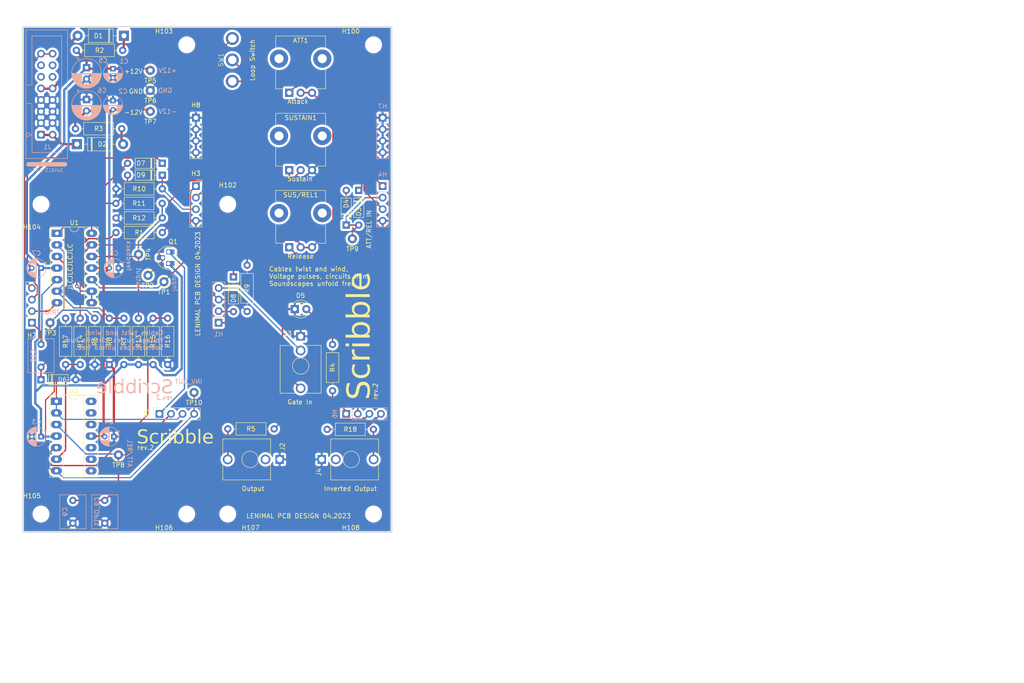
<source format=kicad_pcb>
(kicad_pcb (version 20240108) (generator "pcbnew") (generator_version "8.0")
  (layers (0 "F.Cu" signal) (31 "B.Cu" signal) (34 "B.Paste" user) (35 "F.Paste" user) (36 "B.SilkS" user "B.Silkscreen") (37 "F.SilkS" user "F.Silkscreen") (38 "B.Mask" user) (39 "F.Mask" user) (44 "Edge.Cuts" user))
  (net 0 "")
  (net 1 "Net-(D3-K)")
  (net 2 "Net-(ATT1-Pad2)")
  (net 3 "+12V")
  (net 4 "GNDREF")
  (net 5 "-12V")
  (net 6 "Net-(U2A-+)")
  (net 7 "Net-(D6-K)")
  (net 8 "Net-(D1-K)")
  (net 9 "Net-(D1-A)")
  (net 10 "Net-(D2-K)")
  (net 11 "Net-(D2-A)")
  (net 12 "Net-(D3-A)")
  (net 13 "Net-(D4-A)")
  (net 14 "Net-(D5-A)")
  (net 15 "Net-(D7-A)")
  (net 16 "Net-(D8-K)")
  (net 17 "Net-(D8-A)")
  (net 18 "Net-(D9-A)")
  (net 19 "Net-(SW1-B)")
  (net 20 "/feedback_loop/feedback_output")
  (net 21 "Net-(U1C-+)")
  (net 22 "/input_sustain/gate_out")
  (net 23 "/feedback_loop/feedback_input")
  (net 24 "Net-(Q1-E)")
  (net 29 "Net-(J2-PadT)")
  (net 31 "Net-(J4-PadT)")
  (net 33 "Net-(U1C--)")
  (net 34 "Net-(U1A--)")
  (net 35 "Net-(U1D-+)")
  (net 36 "Net-(U2B--)")
  (net 37 "Net-(U2B-+)")
  (net 44 "Net-(D7-K)")
  (net 45 "/input_sustain/gate_in")
  (net 46 "Net-(H3-Pad2)")
  (net 47 "Net-(SW1-A)")
  (net 48 "Net-(H6-Pad1)")
  (net 49 "/inverted_out/inv_output")
  (net 50 "Net-(H6-Pad3)")
  (net 51 "Net-(H6-Pad4)")
  (net 52 "Net-(H2A-Pin_1)")
  (net 53 "Net-(H1A-Pin_1)")
  (net 54 "Net-(H1D-Pin_4)")
  (net 55 "Net-(H2B-Pin_2)")
  (net 56 "Net-(R9-Pad2)")
  (footprint "Synth:R_Default (DIN0207)" (layer "F.Cu") (at 78.6 114.05 -90)
    (property "Reference" "R15")
    (property "Value" "100K")
  )
  (footprint "Package_TO_SOT_THT:TO-92_HandSolder" (layer "F.Cu") (at 82 102 90)
    (property "Reference" "Q1")
    (property "Value" "BC548")
  )
  (footprint "Synth:Potentiometer_TT_P0915N" (layer "F.Cu") (at 111 74)
    (property "Reference" "SUSTAIN1")
    (property "Value" "A100K")
  )
  (footprint "Synth:D_DO-35_SOD27_P7.62mm_Horizontal" (layer "F.Cu") (at 80.62 82.6 180)
    (property "Reference" "D9")
    (property "Value" "1N4148")
  )
  (footprint "Synth:R_Default (DIN0207)" (layer "F.Cu") (at 80.6 95.2 180)
    (property "Reference" "R1")
    (property "Value" "100")
  )
  (footprint "Synth:D_DO-41_SOD81_P10.16mm_Horizontal" (layer "F.Cu") (at 61.92 75.8)
    (property "Reference" "D2")
    (property "Value" "1N5819")
  )
  (footprint "Connector_Pin:Pin_D1.0mm_L10.0mm" (layer "F.Cu") (at 78 64)
    (property "Reference" "TP6")
    (property "Value" "C")
  )
  (footprint "Synth:PinSocket_1x04_P2.54mm_Vertical" (layer "F.Cu") (at 88 70)
    (property "Reference" "H8")
    (property "Value" "BTM_PWR")
  )
  (footprint "Connector_Pin:Pin_D1.0mm_L10.0mm" (layer "F.Cu") (at 75.4 100)
    (property "Reference" "TP4")
    (property "Value" "FBCK_VD")
  )
  (footprint "Synth:R_Default (DIN0207)" (layer "F.Cu") (at 118 129.9 90)
    (property "Reference" "R4")
    (property "Value" "470")
  )
  (footprint "Synth:PinSocket_1x04_P2.54mm_Vertical" (layer "F.Cu") (at 88 85)
    (property "Reference" "H3")
    (property "Value" "BTM_SW")
  )
  (footprint "Connector_Pin:Pin_D1.0mm_L10.0mm" (layer "F.Cu") (at 71 144)
    (property "Reference" "TP8")
    (property "Value" "CAP_OUT")
  )
  (footprint "MountingHole:MountingHole_3.2mm_M3" (layer "F.Cu") (at 95 157)
    (property "Reference" "H107")
    (property "Value" "MountingHole")
  )
  (footprint "Synth:Potentiometer_TT_P0915N" (layer "F.Cu") (at 111 90.925)
    (property "Reference" "SUS/REL1")
    (property "Value" "A1M")
  )
  (footprint "LED_THT:LED_D3.0mm" (layer "F.Cu") (at 109.71 112)
    (property "Reference" "D5")
    (property "Value" "LED")
  )
  (footprint "Synth:Potentiometer_TT_P0915N" (layer "F.Cu") (at 111 57.025)
    (property "Reference" "ATT1")
    (property "Value" "A1M")
  )
  (footprint "Connector_Pin:Pin_D1.0mm_L10.0mm" (layer "F.Cu") (at 56 115)
    (property "Reference" "TP3")
    (property "Value" "TRG")
  )
  (footprint "Synth:D_DO-41_SOD81_P10.16mm_Horizontal" (layer "F.Cu") (at 72.16 52 180)
    (property "Reference" "D1")
    (property "Value" "1N5819")
  )
  (footprint "Synth:R_Default (DIN0207)" (layer "F.Cu") (at 72.2 114.05 -90)
    (property "Reference" "R7")
    (property "Value" "100K")
  )
  (footprint "Synth:D_DO-35_SOD27_P7.62mm_Horizontal" (layer "F.Cu") (at 96.25 104.94 -90)
    (property "Reference" "D8")
    (property "Value" "1N4148")
  )
  (footprint "Synth:R_Default (DIN0207)" (layer "F.Cu") (at 126.95 138.4 180)
    (property "Reference" "R18")
    (property "Value" "1K")
  )
  (footprint "MountingHole:MountingHole_3.2mm_M3" (layer "F.Cu") (at 86 54)
    (property "Reference" "H103")
    (property "Value" "MountingHole")
  )
  (footprint "Synth:R_Default (DIN0207)" (layer "F.Cu") (at 80.6 85.6 180)
    (property "Reference" "R10")
    (property "Value" "100K")
  )
  (footprint "Package_DIP:DIP-14_W7.62mm_Socket_LongPads" (layer "F.Cu") (at 57.38 132.26)
    (property "Reference" "U2")
    (property "Value" "TL074")
  )
  (footprint "Synth:R_Default (DIN0207)" (layer "F.Cu") (at 75.4 124.15 90)
    (property "Reference" "R13")
    (property "Value" "100K")
  )
  (footprint "Synth:D_DO-35_SOD27_P7.62mm_Horizontal" (layer "F.Cu") (at 54 127.5)
    (property "Reference" "D6")
    (property "Value" "1N4148")
  )
  (footprint "Synth:R_Default (DIN0207)" (layer "F.Cu") (at 99.25 112.5 90)
    (property "Reference" "R9")
    (property "Value" "100K")
  )
  (footprint "Synth:D_DO-35_SOD27_P7.62mm_Horizontal" (layer "F.Cu") (at 123.75 85.94 -90)
    (property "Reference" "D3")
    (property "Value" "1N4148")
  )
  (footprint "Connector_Pin:Pin_D1.0mm_L10.0mm" (layer "F.Cu") (at 78 59.6)
    (property "Reference" "TP5")
    (property "Value" "C")
  )
  (footprint "MountingHole:MountingHole_3.2mm_M3" (layer "F.Cu") (at 54 89)
    (property "Reference" "H104")
    (property "Value" "MountingHole")
  )
  (footprint "MountingHole:MountingHole_3.2mm_M3" (layer "F.Cu") (at 86 157)
    (property "Reference" "H106")
    (property "Value" "MountingHole")
  )
  (footprint "Synth:PinSocket_1x04_P2.54mm_Vertical" (layer "F.Cu") (at 80 135 90)
    (property "Reference" "H5")
    (property "Value" "BTM_OUT")
  )
  (footprint "Synth:R_Default (DIN0207)" (layer "F.Cu") (at 80.57 88.8 180)
    (property "Reference" "R11")
    (property "Value" "100K")
  )
  (footprint "Synth:R_Default (DIN0207)" (layer "F.Cu") (at 81.8 124.15 90)
    (property "Reference" "R16")
    (property "Value" "100K")
  )
  (footprint "Synth:D_DO-35_SOD27_P7.62mm_Horizontal" (layer "F.Cu") (at 80.62 80 180)
    (property "Reference" "D7")
    (property "Value" "1N4148")
  )
  (footprint "Synth:PinSocket_1x04_P2.54mm_Vertical" (layer "F.Cu") (at 52 115 180)
    (property "Reference" "H2")
    (property "Value" "BTM_IN")
  )
  (footprint "Synth:D_DO-35_SOD27_P7.62mm_Horizontal" (layer "F.Cu") (at 121 93.56 90)
    (property "Reference" "D4")
    (property "Value" "1N4148")
  )
  (footprint "Synth:Jack_3.5mm_QingPu_WQP-PJ398SM_Vertical_CircularHoles" (layer "F.Cu") (at 111 124.48)
    (property "Reference" "J3")
    (property "Value" "GATE")
  )
  (footprint "Synth:Jack_3.5mm_QingPu_WQP-PJ398SM_Vertical_CircularHoles" (layer "F.Cu") (at 122.1 145 90)
    (property "Reference" "J4")
    (property "Value" "INV_OUT")
  )
  (footprint "Package_DIP:DIP-14_W7.62mm_Socket_LongPads" (layer "F.Cu") (at 57.5 95.375)
    (property "Reference" "U1")
    (property "Value" "TL074")
  )
  (footprint "Synth:R_Default (DIN0207)" (layer "F.Cu") (at 70.5 92)
    (property "Reference" "R12")
    (property "Value" "100K")
  )
  (footprint "MountingHole:MountingHole_3.2mm_M3" (layer "F.Cu") (at 127 54)
    (property "Reference" "H100")
    (property "Value" "MountingHole")
  )
  (footprint "Synth:R_Default (DIN0207)" (layer "F.Cu") (at 59.4 114.05 -90)
    (property "Reference" "R17")
    (property "Value" "100K")
  )
  (footprint "MountingHole:MountingHole_3.2mm_M3" (layer "F.Cu") (at 95 89)
    (property "Reference" "H102")
    (property "Value" "MountingHole")
  )
  (footprint "Connector_Pin:Pin_D1.0mm_L10.0mm" (layer "F.Cu") (at 77.5 104.6)
    (property "Reference" "TP2")
    (property "Value" "OUT")
  )
  (footprint "Synth:R_Default (DIN0207)" (layer "F.Cu") (at 105.15 138.3 180)
    (property "Reference" "R5")
    (property "Value" "1K")
  )
  (footprint "Synth:R_Default (DIN0207)" (layer "F.Cu") (at 61.8 55.2)
    (property "Reference" "R2")
    (property "Value" "10")
  )
  (footprint "Synth:R_Default (DIN0207)" (layer "F.Cu") (at 61.6 72.4)
    (property "Reference" "R3")
    (property "Value" "10")
  )
  (footprint "Connector_Pin:Pin_D1.0mm_L10.0mm" (layer "F.Cu") (at 122.35 96.57)
    (property "Reference" "TP9")
    (property "Value" "CAP_IN")
  )
  (footprint "Synth:R_Default (DIN0207)" (layer "F.Cu") (at 69 124.15 90)
    (property "Reference" "R8")
    (property "Value" "47K")
  )
  (footprint "Synth:Jack_3.5mm_QingPu_WQP-PJ398SM_Vertical_CircularHoles" (layer "F.Cu") (at 99.9 145 -90)
    (property "Reference" "J2")
    (property "Value" "OUT")
  )
  (footprint "MountingHole:MountingHole_3.2mm_M3" (layer "F.Cu") (at 127 157)
    (property "Reference" "H108")
    (property "Value" "MountingHole")
  )
  (footprint "Connector_Pin:Pin_D1.0mm_L10.0mm" (layer "F.Cu") (at 78 68.6)
    (property "Reference" "TP7")
    (property "Value" "C")
  )
  (footprint "Synth:R_Default (DIN0207)" (layer "F.Cu") (at 65.8 114.05 -90)
    (property "Reference" "R6")
    (property "Value" "10K")
  )
  (footprint "Synth:R_Default (DIN0207)" (layer "F.Cu") (at 62.6 114.05 -90)
    (property "Reference" "R14")
    (property "Value" "100K")
  )
  (footprint "Synth:SW_default" (layer "F.Cu") (at 96 57.3 90)
    (property "Reference" "SW1")
    (property "Value" "LOOP")
  )
  (footprint "Connector_Pin:Pin_D1.0mm_L10.0mm" (layer "F.Cu") (at 81 106)
    (property "Reference" "TP1")
    (property "Value" "TRG_INPUT")
  )
  (footprint "Connector_Pin:Pin_D1.0mm_L10.0mm" (layer "F.Cu") (at 87.6 130.3)
    (property "Reference" "TP10")
    (property "Value" "INV_OUT")
  )
  (footprint "MountingHole:MountingHole_3.2mm_M3" (layer "F.Cu") (at 54 157)
    (property "Reference" "H105")
    (property "Value" "MountingHole")
  )
  (footprint "Synth:PinHeader_1x04_P2.54mm_Vertical" (layer "B.Cu") (at 129 85 180)
    (property "Reference" "H4")
    (property "Value" "TOP_SW")
  )
  (footprint "Capacitor_THT:CP_Radial_D6.3mm_P2.50mm" (layer "B.Cu") (at 64 66 -90)
    (property "Reference" "C6")
    (property "Value" "47uF")
  )
  (footprint "Synth:C_RECT_MKT_1uF" (layer "B.Cu") (at 54 119.75 -90)
    (property "Reference" "C10")
    (property "Value" "1uF")
  )
  (footprint "Synth:PinHeader_1x04_P2.54mm_Vertical" (layer "B.Cu") (at 121 135 -90)
    (property "Reference" "H6")
    (property "Value" "TOP_OUT")
  )
  (footprint "Capacitor_THT:CP_Radial_D4.0mm_P2.00mm" (layer "B.Cu") (at 69.8 66.227401 -90)
    (property "Reference" "C2")
    (property "Value" "0.1uF")
  )
  (footprint "Capacitor_THT:CP_Radial_D6.3mm_P2.50mm" (layer "B.Cu") (at 64 59 -90)
    (property "Reference" "C5")
    (property "Value" "47uF")
  )
  (footprint "Synth:PinHeader_1x04_P2.54mm_Vertical" (layer "B.Cu") (at 129 70 180)
    (property "Reference" "H7")
    (property "Value" "TOP_PWR")
  )
  (footprint "Synth:PinHeader_1x04_P2.54mm_Vertical" (layer "B.Cu") (at 93 115)
    (property "Reference" "H1")
    (property "Value" "TOP_IN")
  )
  (footprint "Synth:C_RECT_MKT_1uF" (layer "B.Cu") (at 68 154 -90)
    (property "Reference" "C9_OPT1")
    (property "Value" "1uF")
  )
  (footprint "Capacitor_THT:CP_Radial_D4.0mm_P2.00mm" (layer "B.Cu") (at 54 103 180)
    (property "Reference" "C7")
    (property "Value" "0.1uF")
  )
  (footprint "Synth:IDC-Header_2x08_P2.54mm_Vertical" (layer "B.Cu") (at 54 73.72)
    (property "Reference" "J1")
    (property "Value" "PWR")
  )
  (footprint "Capacitor_THT:CP_Radial_D4.0mm_P2.00mm" (layer "B.Cu") (at 70 140 180)
    (property "Reference" "C4")
    (property "Value" "0.1uF")
  )
  (footprint "Synth:C_RECT_MKT_1uF" (layer "B.Cu") (at 61 154 -90)
    (property "Reference" "C9")
    (property "Value" "1uF")
  )
  (footprint "Capacitor_THT:CP_Radial_D4.0mm_P2.00mm" (layer "B.Cu") (at 69.8 59.227401 -90)
    (property "Reference" "C1")
    (property "Value" "0.1uF")
  )
  (footprint "Capacitor_THT:CP_Radial_D4.0mm_P2.00mm" (layer "B.Cu") (at 71 103 180)
    (property "Reference" "C8")
    (property "Value" "0.1uF")
  )
  (footprint "Capacitor_THT:CP_Radial_D4.0mm_P2.00mm" (layer "B.Cu") (at 54 140 180)
    (property "Reference" "C3")
    (property "Value" "0.1uF")
  )
  (gr_rect (start 50 50) (end 131 161) (stroke (width 0.2)) (fill none) (layer "Edge.Cuts"))
  (gr_text "Cables twist and wind,\nVoltage pulses, circuits hum,\nSoundscapes unfold free." (at 81 121 -0) (layer "B.SilkS") (effects (font (size 1 1)) (justify left bottom mirror)))
  (gr_text "TRIGG" (at 58.2 113.3 -0) (layer "B.SilkS") (effects (font (size 1 1)) (justify left bottom mirror)))
  (gr_text "input" (at 82.8 108.2 -90) (layer "B.SilkS") (effects (font (size 1 1)) (justify left bottom mirror)))
  (gr_text "+12V" (at 83.897618 60.2 -0) (layer "B.SilkS") (effects (font (size 1 1)) (justify left bottom mirror)))
  (gr_text "output" (at 74.9 107.8 -90) (layer "B.SilkS") (effects (font (size 1 1)) (justify left bottom mirror)))
  (gr_text "-12V" (at 83.897618 69.2 -0) (layer "B.SilkS") (effects (font (size 1 1)) (justify left bottom mirror)))
  (gr_text "GND" (at 82.897618 64.6 -0) (layer "B.SilkS") (effects (font (size 1 1)) (justify left bottom mirror)))
  (gr_text "INV_OUT" (at 89.5 128.5 0) (layer "B.SilkS") (effects (font (size 1 1)) (justify left bottom mirror)))
  (gr_text "rev.2" (at 83 132 -0) (layer "B.SilkS") (effects (font (size 1 1)) (justify left bottom mirror)))
  (gr_text "feedback" (at 72.7 103.7 -90) (layer "B.SilkS") (effects (font (size 1 1)) (justify left bottom mirror)))
  (gr_text "ATT/REL" (at 72.9 146.8 -90) (layer "B.SilkS") (effects (font (size 1 1)) (justify left bottom mirror)))
  (gr_text "Scribble" (at 83 131 -0) (layer "B.SilkS") (effects (font (size 3 3)) (justify left bottom mirror)))
  (gr_text "Gate In" (at 108 133 0) (layer "F.SilkS") (effects (font (size 1 1)) (justify left bottom)))
  (gr_text "Cables twist and wind,\nVoltage pulses, circuits hum,\nSoundscapes unfold free." (at 104 107 0) (layer "F.SilkS") (effects (font (size 1 1)) (justify left bottom)))
  (gr_text "rev.2" (at 75 143 0) (layer "F.SilkS") (effects (font (size 1 1)) (justify left bottom)))
  (gr_text "Scribble" (at 75 142 0) (layer "F.SilkS") (effects (font (size 3 3)) (justify left bottom)))
  (gr_text "Sustain" (at 108 84 0) (layer "F.SilkS") (effects (font (size 1 1)) (justify left bottom)))
  (gr_text "Inverted Output" (at 116 152 0) (layer "F.SilkS") (effects (font (size 1 1)) (justify left bottom)))
  (gr_text "GND" (at 73.2 64.8 0) (layer "F.SilkS") (effects (font (size 1 1)) (justify left bottom)))
  (gr_text "JLCJLCJLCJLC" (at 61 108 90) (layer "F.SilkS") (effects (font (size 1 1)) (justify left bottom)))
  (gr_text "+12V" (at 72.2 60.4 0) (layer "F.SilkS") (effects (font (size 1 1)) (justify left bottom)))
  (gr_text "Output" (at 98 152 0) (layer "F.SilkS") (effects (font (size 1 1)) (justify left bottom)))
  (gr_text "-12V" (at 72.2 69.4 0) (layer "F.SilkS") (effects (font (size 1 1)) (justify left bottom)))
  (gr_text "Attack" (at 108 67 0) (layer "F.SilkS") (effects (font (size 1 1)) (justify left bottom)))
  (gr_text "Scribble" (at 127 132 90) (layer "F.SilkS") (effects (font (size 5 5)) (justify left bottom)))
  (gr_text "Loop Switch" (at 101 62 90) (layer "F.SilkS") (effects (font (size 1 1)) (justify left bottom)))
  (gr_text "Release" (at 108 101 0) (layer "F.SilkS") (effects (font (size 1 1)) (justify left bottom)))
  (gr_text "ATT/REL IN" (at 126.6 98.8 90) (layer "F.SilkS") (effects (font (size 1 1)) (justify left bottom)))
  (gr_text "LENIMAL PCB DESIGN 04.2023" (at 89 118 90) (layer "F.SilkS") (effects (font (size 1 1)) (justify left bottom)))
  (gr_text "LENIMAL PCB DESIGN 04.2023" (at 99 158 0) (layer "F.SilkS") (effects (font (size 1 1)) (justify left bottom)))
  (gr_text "rev.2" (at 128 132 90) (layer "F.SilkS") (effects (font (size 1 1)) (justify left bottom)))
  (segment (start 124.4 68.15) (end 118.75 62.5) (width 0.3) (layer "F.Cu") (net 1))
  (segment (start 110.5 62.5) (end 108.5 64.5) (width 0.3) (layer "F.Cu") (net 1))
  (segment (start 124.4 85.29) (end 124.4 68.15) (width 0.3) (layer "F.Cu") (net 1))
  (segment (start 123.75 85.94) (end 124.4 85.29) (width 0.3) (layer "F.Cu") (net 1))
  (segment (start 118.75 62.5) (end 110.5 62.5) (width 0.3) (layer "F.Cu") (net 1))
  (segment (start 123.54 131.44) (end 123.54 135) (width 0.3) (layer "F.Cu") (net 2))
  (segment (start 107 97.5) (end 107 124.692894) (width 0.3) (layer "F.Cu") (net 2))
  (segment (start 110.1 96.9) (end 107.6 96.9) (width 0.3) (layer "F.Cu") (net 2))
  (segment (start 111 97.8) (end 110.1 96.9) (width 0.3) (layer "F.Cu") (net 2))
  (segment (start 119.6 127.5) (end 123.54 131.44) (width 0.3) (layer "F.Cu") (net 2))
  (segment (start 113.5 64.5) (end 118.1 69.1) (width 0.3) (layer "F.Cu") (net 2))
  (segment (start 111 98.5) (end 111 97.8) (width 0.3) (layer "F.Cu") (net 2))
  (segment (start 109.807106 127.5) (end 119.6 127.5) (width 0.3) (layer "F.Cu") (net 2))
  (segment (start 118.1 93.9) (end 113.5 98.5) (width 0.3) (layer "F.Cu") (net 2))
  (segment (start 107.6 96.9) (end 107 97.5) (width 0.3) (layer "F.Cu") (net 2))
  (segment (start 113.5 98.5) (end 111 98.5) (width 0.3) (layer "F.Cu") (net 2))
  (segment (start 107 124.692894) (end 109.807106 127.5) (width 0.3) (layer "F.Cu") (net 2))
  (segment (start 118.1 69.1) (end 118.1 93.9) (width 0.3) (layer "F.Cu") (net 2))
  (segment (start 111 64.5) (end 113.5 64.5) (width 0.3) (layer "F.Cu") (net 2))
  (segment (start 77.627401 59.227401) (end 78 59.6) (width 0.5) (layer "F.Cu") (net 3))
  (segment (start 69.8 59.227401) (end 64.227401 59.227401) (width 0.5) (layer "F.Cu") (net 3))
  (segment (start 64.227401 59.227401) (end 64 59) (width 0.5) (layer "F.Cu") (net 3))
  (segment (start 69.8 59.227401) (end 77.627401 59.227401) (width 0.5) (layer "F.Cu") (net 3))
  (segment (start 64 59) (end 64 57.48) (width 0.5) (layer "F.Cu") (net 3))
  (segment (start 64 57.48) (end 61.72 55.2) (width 0.5) (layer "F.Cu") (net 3))
  (segment (start 59.1 75.7) (end 50.7 84.1) (width 0.5) (layer "B.Cu") (net 3))
  (segment (start 67.61 128.75) (end 72.2 124.16) (width 0.5) (layer "B.Cu") (net 3))
  (segment (start 54 133.94939) (end 54 140) (width 0.5) (layer "B.Cu") (net 3))
  (segment (start 54 140) (end 57.26 140) (width 0.5) (layer "B.Cu") (net 3))
  (segment (start 53.6 103.4) (end 53.6 118.382233) (width 0.5) (layer "B.Cu") (net 3))
  (segment (start 84.9 104.9) (end 82 102) (width 0.5) (layer "B.Cu") (net 3))
  (segment (start 59.1 63.9) (end 59.1 75.7) (width 0.5) (layer "B.Cu") (net 3))
  (segment (start 80.94 126.5) (end 83.5 126.5) (width 0.5) (layer "B.Cu") (net 3))
  (segment (start 53.6 118.382233) (end 52.75 119.232233) (width 0.5) (layer "B.Cu") (net 3))
  (segment (start 83.5 126.5) (end 84.9 125.1) (width 0.5) (layer "B.Cu") (net 3))
  (segment (start 57.495 103) (end 57.5 102.995) (width 0.5) (layer "B.Cu") (net 3))
  (segment (start 64 59) (end 59.1 63.9) (width 0.5) (layer "B.Cu") (net 3))
  (segment (start 52.75 119.232233) (end 52.75 132.69939) (width 0.5) (layer "B.Cu") (net 3))
  (segment (start 78.6 124.16) (end 80.94 126.5) (width 0.5) (layer "B.Cu") (net 3))
  (segment (start 52.75 132.69939) (end 54 133.94939) (width 0.5) (layer "B.Cu") (net 3))
  (segment (start 52.75 130.25) (end 54.25 128.75) (width 0.5) (layer "B.Cu") (net 3))
  (segment (start 54.25 128.75) (end 67.61 128.75) (width 0.5) (layer "B.Cu") (net 3))
  (segment (start 52.75 132.69939) (end 52.75 130.25) (width 0.5) (layer "B.Cu") (net 3))
  (segment (start 75.4 124.16) (end 78.6 124.16) (width 0.5) (layer "B.Cu") (net 3))
  (segment (start 54 103) (end 53.6 103.4) (width 0.5) (layer "B.Cu") (net 3))
  (segment (start 50.7 84.1) (end 50.7 99.7) (width 0.5) (layer "B.Cu") (net 3))
  (segment (start 72.2 124.16) (end 75.4 124.16) (width 0.5) (layer "B.Cu") (net 3))
  (segment (start 54 103) (end 57.495 103) (width 0.5) (layer "B.Cu") (net 3))
  (segment (start 84.9 125.1) (end 84.9 104.9) (width 0.5) (layer "B.Cu") (net 3))
  (segment (start 50.7 99.7) (end 54 103) (width 0.5) (layer "B.Cu") (net 3))
  (segment (start 57.26 140) (end 57.38 139.88) (width 0.5) (layer "B.Cu") (net 3))
  (segment (start 70 140) (end 70 125.16) (width 0.5) (layer "F.Cu") (net 4))
  (segment (start 70 125.16) (end 69 124.16) (width 0.5) (layer "F.Cu") (net 4))
  (segment (start 69.527401 68.5) (end 69.8 68.227401) (width 0.5) (layer "F.Cu") (net 5))
  (segment (start 67.75 139.75) (end 68 140) (width 0.5) (layer "F.Cu") (net 5))
  (segment (start 69 103) (end 67.75 104.25) (width 0.5) (layer "F.Cu") (net 5))
  (segment (start 65.12 102.995) (end 68.995 102.995) (width 0.5) (layer "F.Cu") (net 5))
  (segment (start 65 139.88) (end 67.88 139.88) (width 0.5) (layer "F.Cu") (net 5))
  (segment (start 61.52 70.98) (end 64 68.5) (width 0.5) (layer "F.Cu") (net 5))
  (segment (start 68.995 102.995) (end 69 103) (width 0.5) (layer "F.Cu") (net 5))
  (segment (start 67.88 139.88) (end 68 140) (width 0.5) (layer "F.Cu") (net 5))
  (segment (start 61.52 72.4) (end 61.52 70.98) (width 0.5) (layer "F.Cu") (net 5))
  (segment (start 77.627401 68.227401) (end 78 68.6) (width 0.5) (layer "F.Cu") (net 5))
  (segment (start 69.8 68.227401) (end 77.627401 68.227401) (width 0.5) (layer "F.Cu") (net 5))
  (segment (start 64 68.5) (end 69.527401 68.5) (width 0.5) (layer "F.Cu") (net 5))
  (segment (start 67.75 104.25) (end 67.75 139.75) (width 0.5) (layer "F.Cu") (net 5))
  (segment (start 69 103) (end 69 69.027401) (width 0.5) (layer "B.Cu") (net 5))
  (segment (start 69 69.027401) (end 69.8 68.227401) (width 0.5) (layer "B.Cu") (net 5))
  (segment (start 71 151) (end 68 154) (width 0.3) (layer "F.Cu") (net 6))
  (segment (start 68 154) (end 61 154) (width 0.3) (layer "F.Cu") (net 6))
  (segment (start 71 144) (end 71 151) (width 0.3) (layer "F.Cu") (net 6))
  (segment (start 82.54 135) (end 73.54 144) (width 0.3) (layer "F.Cu") (net 6))
  (segment (start 73.54 144) (end 71 144) (width 0.3) (layer "F.Cu") (net 6))
  (segment (start 63.85 143.81) (end 57.38 137.34) (width 0.3) (layer "B.Cu") (net 6))
  (segment (start 70.81 143.81) (end 63.85 143.81) (width 0.3) (layer "B.Cu") (net 6))
  (segment (start 71 144) (end 70.81 143.81) (width 0.3) (layer "B.Cu") (net 6))
  (segment (start 56 122.75) (end 54 124.75) (width 0.3) (layer "F.Cu") (net 7))
  (segment (start 57.5 100.455) (end 59.05 102.005) (width 0.3) (layer "F.Cu") (net 7))
  (segment (start 56 115) (end 56 122.75) (width 0.3) (layer "F.Cu") (net 7))
  (segment (start 59.05 111.95) (end 56 115) (width 0.3) (layer "F.Cu") (net 7))
  (segment (start 54 127.5) (end 54 124.75) (width 0.3) (layer "F.Cu") (net 7))
  (segment (start 59.05 102.005) (end 59.05 111.95) (width 0.3) (layer "F.Cu") (net 7))
  (segment (start 64.065 112.265) (end 58.735 112.265) (width 0.3) (layer "B.Cu") (net 7))
  (segment (start 58.735 112.265) (end 56 115) (width 0.3) (layer "B.Cu") (net 7))
  (segment (start 65.8 114) (end 64.065 112.265) (width 0.3) (layer "B.Cu") (net 7))
  (segment (start 72.16 54.92) (end 71.88 55.2) (width 0.5) (layer "F.Cu") (net 8))
  (segment (start 72.16 52) (end 72.16 54.92) (width 0.5) (layer "F.Cu") (net 8))
  (segment (start 56.54 63.62) (end 54 63.62) (width 0.5) (layer "F.Cu") (net 9))
  (segment (start 58.5 55.5) (end 62 52) (width 0.5) (layer "F.Cu") (net 9))
  (segment (start 58.5 61.66) (end 58.5 55.5) (width 0.5) (layer "F.Cu") (net 9))
  (segment (start 56.54 63.62) (end 58.5 61.66) (width 0.5) (layer "F.Cu") (net 9))
  (segment (start 56.54 73.78) (end 54 73.78) (width 0.5) (layer "F.Cu") (net 10))
  (segment (start 58.56 75.8) (end 56.54 73.78) (width 0.5) (layer "F.Cu") (net 10))
  (segment (start 61.92 75.8) (end 58.56 75.8) (width 0.5) (layer "F.Cu") (net 10))
  (segment (start 71.68 75.4) (end 72.08 75.8) (width 0.5) (layer "F.Cu") (net 11))
  (segment (start 71.68 72.4) (end 71.68 75.4) (width 0.5) (layer "F.Cu") (net 11))
  (segment (start 121 93.56) (end 123.75 93.56) (width 0.3) (layer "F.Cu") (net 12))
  (segment (start 122.35 96.57) (end 122.35 94.96) (width 0.3) (layer "F.Cu") (net 12))
  (segment (start 122.35 94.96) (end 123.75 93.56) (width 0.3) (layer "F.Cu") (net 12))
  (segment (start 121 91.75) (end 125.21 87.54) (width 0.3) (layer "B.Cu") (net 12))
  (segment (start 125.21 87.54) (end 129 87.54) (width 0.3) (layer "B.Cu") (net 12))
  (segment (start 121 93.56) (end 121 91.75) (width 0.3) (layer "B.Cu") (net 12))
  (segment (start 121 89.073402) (end 119 91.073402) (width 0.3) (layer "F.Cu") (net 13))
  (segment (start 119 91.073402) (end 119 97.75) (width 0.3) (layer "F.Cu") (net 13))
  (segment (start 116.75 100) (end 110 100) (width 0.3) (layer "F.Cu") (net 13))
  (segment (start 121 85.94) (end 121 89.073402) (width 0.3) (layer "F.Cu") (net 13))
  (segment (start 110 100) (end 108.5 98.5) (width 0.3) (layer "F.Cu") (net 13))
  (segment (start 119 97.75) (end 116.75 100) (width 0.3) (layer "F.Cu") (net 13))
  (segment (start 118 117.75) (end 118 119.74) (width 0.3) (layer "F.Cu") (net 14))
  (segment (start 112.25 112) (end 118 117.75) (width 0.3) (layer "F.Cu") (net 14))
  (segment (start 73 80) (end 57.625 95.375) (width 0.3) (layer "F.Cu") (net 15))
  (segment (start 57.625 95.375) (end 57.5 95.375) (width 0.3) (layer "F.Cu") (net 15))
  (segment (start 108.5 83.492894) (end 96.25 95.742894) (width 0.3) (layer "F.Cu") (net 16))
  (segment (start 108.5 81.5) (end 108.5 83.492894) (width 0.3) (layer "F.Cu") (net 16))
  (segment (start 96.25 95.742894) (end 96.25 104.94) (width 0.3) (layer "F.Cu") (net 16))
  (segment (start 96.25 112.56) (end 93.1 112.56) (width 0.3) (layer "F.Cu") (net 17))
  (segment (start 93.1 112.56) (end 93 112.46) (width 0.3) (layer "F.Cu") (net 17))
  (segment (start 68.2 88.8) (end 65.12 91.88) (width 0.3) (layer "F.Cu") (net 18))
  (segment (start 73 82.6) (end 73 86.26) (width 0.3) (layer "F.Cu") (net 18))
  (segment (start 65.12 91.88) (end 65.12 95.375) (width 0.3) (layer "F.Cu") (net 18))
  (segment (start 73 86.26) (end 70.46 88.8) (width 0.3) (layer "F.Cu") (net 18))
  (segment (start 70.46 88.8) (end 68.2 88.8) (width 0.3) (layer "F.Cu") (net 18))
  (segment (start 100.2 61.5) (end 119.164213 61.5) (width 0.3) (layer "F.Cu") (net 19))
  (segment (start 125.4 67.735788) (end 125.4 81.4) (width 0.3) (layer "F.Cu") (net 19))
  (segment (start 119.164213 61.5) (end 125.4 67.735788) (width 0.3) (layer "F.Cu") (net 19))
  (segment (start 96 57.3) (end 100.2 61.5) (width 0.3) (layer "F.Cu") (net 19))
  (segment (start 125.4 81.4) (end 129 85) (width 0.3) (layer "F.Cu") (net 19))
  (segment (start 80.62 85.6) (end 80.62 82.6) (width 0.25) (layer "F.Cu") (net 20))
  (segment (start 85.1 90.08) (end 80.62 85.6) (width 0.25) (layer "B.Cu") (net 20))
  (segment (start 88 90.08) (end 85.1 90.08) (width 0.25) (layer "B.Cu") (net 20))
  (segment (start 81 106) (end 86.8 100.2) (width 0.3) (layer "F.Cu") (net 21))
  (segment (start 86.8 86.2) (end 88 85) (width 0.3) (layer "F.Cu") (net 21))
  (segment (start 86.8 100.2) (end 86.8 86.2) (width 0.3) (layer "F.Cu") (net 21))
  (segment (start 81 106) (end 79.65 107.35) (width 0.3) (layer "B.Cu") (net 21))
  (segment (start 79.65 107.35) (end 66.935 107.35) (width 0.3) (layer "B.Cu") (net 21))
  (segment (start 66.935 107.35) (end 65.12 105.535) (width 0.3) (layer "B.Cu") (net 21))
  (segment (start 96 52.6) (end 91.375 57.225) (width 0.25) (layer "F.Cu") (net 22))
  (segment (start 96.59 109.92) (end 93 109.92) (width 0.25) (layer "F.Cu") (net 22))
  (segment (start 99.25 112.58) (end 96.59 109.92) (width 0.25) (layer "F.Cu") (net 22))
  (segment (start 91.375 57.225) (end 91.375 108.295) (width 0.25) (layer "F.Cu") (net 22))
  (segment (start 91.375 108.295) (end 93 109.92) (width 0.25) (layer "F.Cu") (net 22))
  (segment (start 57.38 132.26) (end 57.38 119.22) (width 0.25) (layer "F.Cu") (net 23))
  (segment (start 80.73 101.37) (end 80.73 100.73) (width 0.25) (layer "F.Cu") (net 23))
  (segment (start 57.38 119.22) (end 62.6 114) (width 0.25) (layer "F.Cu") (net 23))
  (segment (start 62.6 114) (end 62.6 100.435) (width 0.25) (layer "F.Cu") (net 23))
  (segment (start 77.915 97.915) (end 80.73 100.73) (width 0.25) (layer "F.Cu") (net 23))
  (segment (start 77.5 104.6) (end 80.73 101.37) (width 0.25) (layer "F.Cu") (net 23))
  (segment (start 65.12 97.915) (end 77.915 97.915) (width 0.25) (layer "F.Cu") (net 23))
  (segment (start 62.6 100.435) (end 65.12 97.915) (width 0.25) (layer "F.Cu") (net 23))
  (segment (start 57.38 134.8) (end 57.38 132.26) (width 0.25) (layer "B.Cu") (net 23))
  (segment (start 58.795 136.215) (end 57.38 134.8) (width 0.25) (layer "B.Cu") (net 23))
  (segment (start 83.865 136.215) (end 58.795 136.215) (width 0.25) (layer "B.Cu") (net 23))
  (segment (start 85.08 135) (end 83.865 136.215) (width 0.25) (layer "B.Cu") (net 23))
  (segment (start 85.5 129.5) (end 80 135) (width 0.3) (layer "B.Cu") (net 24))
  (segment (start 85.5 102.95) (end 85.5 129.5) (width 0.3) (layer "B.Cu") (net 24))
  (segment (start 82.01 99.46) (end 85.5 102.95) (width 0.3) (layer "B.Cu") (net 24))
  (segment (start 82 99.46) (end 82.01 99.46) (width 0.3) (layer "B.Cu") (net 24))
  (segment (start 95.02 138.3) (end 95.02 144.96) (width 0.3) (layer "F.Cu") (net 29))
  (segment (start 95.02 144.96) (end 94.98 145) (width 0.3) (layer "F.Cu") (net 29))
  (segment (start 126.98 144.98) (end 127 145) (width 0.3) (layer "F.Cu") (net 31))
  (segment (start 126.98 138.4) (end 126.98 144.98) (width 0.3) (layer "F.Cu") (net 31))
  (segment (start 70.42 95.2) (end 69.095 96.525) (width 0.3) (layer "F.Cu") (net 33))
  (segment (start 64.475 96.525) (end 61.875 99.125) (width 0.3) (layer "F.Cu") (net 33))
  (segment (start 61.875 99.125) (end 61.875 107) (width 0.3) (layer "F.Cu") (net 33))
  (segment (start 69.095 96.525) (end 64.475 96.525) (width 0.3) (layer "F.Cu") (net 33))
  (via (at 61.875 107) (size 0.8) (drill 0.4) (layers "F.Cu" "B.Cu") (net 33))
  (segment (start 62.95 108.075) (end 65.12 108.075) (width 0.3) (layer "B.Cu") (net 33))
  (segment (start 65.12 108.075) (end 65.12 110.615) (width 0.3) (layer "B.Cu") (net 33))
  (segment (start 61.875 107) (end 62.95 108.075) (width 0.3) (layer "B.Cu") (net 33))
  (segment (start 72.2 114) (end 69 114) (width 0.3) (layer "F.Cu") (net 34))
  (segment (start 59.05 106.525) (end 59.05 99.465) (width 0.3) (layer "B.Cu") (net 34))
  (segment (start 57.5 108.075) (end 61.19 111.765) (width 0.3) (layer "B.Cu") (net 34))
  (segment (start 57.5 108.075) (end 59.05 106.525) (width 0.3) (layer "B.Cu") (net 34))
  (segment (start 66.765 111.765) (end 69 114) (width 0.3) (layer "B.Cu") (net 34))
  (segment (start 61.19 111.765) (end 66.765 111.765) (width 0.3) (layer "B.Cu") (net 34))
  (segment (start 59.05 99.465) (end 57.5 97.915) (width 0.3) (layer "B.Cu") (net 34))
  (segment (start 74.945 100.455) (end 75.4 100) (width 0.3) (layer "F.Cu") (net 35))
  (segment (start 75.4 100) (end 75.4 114) (width 0.3) (layer "F.Cu") (net 35))
  (segment (start 65.12 100.455) (end 74.945 100.455) (width 0.3) (layer "F.Cu") (net 35))
  (segment (start 80.62 92) (end 80.62 88.8) (width 0.3) (layer "B.Cu") (net 35))
  (segment (start 75.4 100) (end 75.4 97.22) (width 0.3) (layer "B.Cu") (net 35))
  (segment (start 75.4 97.22) (end 80.62 92) (width 0.3) (layer "B.Cu") (net 35))
  (segment (start 59.4 124.16) (end 62.6 124.16) (width 0.3) (layer "F.Cu") (net 36))
  (segment (start 59.4 142.94) (end 57.38 144.96) (width 0.3) (layer "F.Cu") (net 36))
  (segment (start 59.4 124.16) (end 59.4 142.94) (width 0.3) (layer "F.Cu") (net 36))
  (segment (start 66.25 146.35) (end 77.45 135.15) (width 0.3) (layer "F.Cu") (net 37))
  (segment (start 55.475 143.925) (end 55.475 145.321346) (width 0.3) (layer "F.Cu") (net 37))
  (segment (start 77.45 115.15) (end 78.6 114) (width 0.3) (layer "F.Cu") (net 37))
  (segment (start 57.38 142.42) (end 56.98 142.42) (width 0.3) (layer "F.Cu") (net 37))
  (segment (start 81.8 114) (end 78.6 114) (width 0.3) (layer "F.Cu") (net 37))
  (segment (start 56.98 142.42) (end 55.475 143.925) (width 0.3) (layer "F.Cu") (net 37))
  (segment (start 55.475 145.321346) (end 56.503654 146.35) (width 0.3) (layer "F.Cu") (net 37))
  (segment (start 77.45 135.15) (end 77.45 115.15) (width 0.3) (layer "F.Cu") (net 37))
  (segment (start 56.503654 146.35) (end 66.25 146.35) (width 0.3) (layer "F.Cu") (net 37))
  (segment (start 52 109.92) (end 53.2 108.72) (width 0.3) (layer "F.Cu") (net 44))
  (segment (start 51 104.682943) (end 51 81) (width 0.3) (layer "F.Cu") (net 44))
  (segment (start 51 81) (end 53.15 78.85) (width 0.3) (layer "F.Cu") (net 44))
  (segment (start 53.15 78.85) (end 79.47 78.85) (width 0.3) (layer "F.Cu") (net 44))
  (segment (start 53.2 108.72) (end 53.2 106.882943) (width 0.3) (layer "F.Cu") (net 44))
  (segment (start 79.47 78.85) (end 80.62 80) (width 0.3) (layer "F.Cu") (net 44))
  (segment (start 53.2 106.882943) (end 51 104.682943) (width 0.3) (layer "F.Cu") (net 44))
  (segment (start 54 56) (end 50.375 59.625) (width 0.25) (layer "F.Cu") (net 45))
  (segment (start 50.375 105.755) (end 52 107.38) (width 0.25) (layer "F.Cu") (net 45))
  (segment (start 54 56) (end 56.54 56) (width 0.25) (layer "F.Cu") (net 45))
  (segment (start 50.375 59.625) (end 50.375 105.755) (width 0.25) (layer "F.Cu") (net 45))
  (segment (start 82.1 88.5) (end 86.8 83.8) (width 0.3) (layer "F.Cu") (net 46))
  (segment (start 82.1 93.68) (end 82.1 88.5) (width 0.3) (layer "F.Cu") (net 46))
  (segment (start 89.6 84) (end 89.6 85.94) (width 0.3) (layer "F.Cu") (net 46))
  (segment (start 80.58 95.2) (end 82.1 93.68) (width 0.3) (layer "F.Cu") (net 46))
  (segment (start 89.4 83.8) (end 89.6 84) (width 0.3) (layer "F.Cu") (net 46))
  (segment (start 89.6 85.94) (end 88 87.54) (width 0.3) (layer "F.Cu") (net 46))
  (segment (start 86.8 83.8) (end 89.4 83.8) (width 0.3) (layer "F.Cu") (net 46))
  (segment (start 118.957106 62) (end 96 62) (width 0.3) (layer "F.Cu") (net 47))
  (segment (start 124.9 85.98) (end 124.9 67.942894) (width 0.3) (layer "F.Cu") (net 47))
  (segment (start 124.9 67.942894) (end 118.957106 62) (width 0.3) (layer "F.Cu") (net 47))
  (segment (start 129 90.08) (end 124.9 85.98) (width 0.3) (layer "F.Cu") (net 47))
  (segment (start 118 131.4) (end 121 134.4) (width 0.3) (layer "F.Cu") (net 48))
  (segment (start 118 129.9) (end 118 131.4) (width 0.3) (layer "F.Cu") (net 48))
  (segment (start 121 134.4) (end 121 135) (width 0.3) (layer "F.Cu") (net 48))
  (segment (start 56.93 119.033604) (end 56.93 130.06) (width 0.25) (layer "F.Cu") (net 49))
  (segment (start 87.62 135) (end 87.62 130.68) (width 0.25) (layer "F.Cu") (net 49))
  (segment (start 87.62 130.68) (end 87.9 130.4) (width 0.25) (layer "F.Cu") (net 49))
  (segment (start 55 131.99) (end 55 146) (width 0.25) (layer "F.Cu") (net 49))
  (segment (start 56.5 147.5) (end 57.38 147.5) (width 0.25) (layer "F.Cu") (net 49))
  (segment (start 56.93 130.06) (end 55 131.99) (width 0.25) (layer "F.Cu") (net 49))
  (segment (start 59.4 114) (end 59.4 116.563604) (width 0.25) (layer "F.Cu") (net 49))
  (segment (start 55 146) (end 56.5 147.5) (width 0.25) (layer "F.Cu") (net 49))
  (segment (start 59.4 116.563604) (end 56.93 119.033604) (width 0.25) (layer "F.Cu") (net 49))
  (segment (start 57.38 147.5) (end 58.88 149) (width 0.25) (layer "B.Cu") (net 49))
  (segment (start 73.62 149) (end 87.62 135) (width 0.25) (layer "B.Cu") (net 49))
  (segment (start 58.88 149) (end 73.62 149) (width 0.25) (layer "B.Cu") (net 49))
  (segment (start 107.28 136.2) (end 105.18 138.3) (width 0.3) (layer "F.Cu") (net 50))
  (segment (start 124.88 136.2) (end 107.28 136.2) (width 0.3) (layer "F.Cu") (net 50))
  (segment (start 126.08 135) (end 124.88 136.2) (width 0.3) (layer "F.Cu") (net 50))
  (segment (start 125.22 138.4) (end 116.82 138.4) (width 0.3) (layer "F.Cu") (net 51))
  (segment (start 128.62 135) (end 125.22 138.4) (width 0.3) (layer "F.Cu") (net 51))
  (segment (start 54 117) (end 52 115) (width 0.3) (layer "F.Cu") (net 52))
  (segment (start 54 119.75) (end 54 117) (width 0.3) (layer "F.Cu") (net 52))
  (segment (start 54.2 119.55) (end 54.2 108.835) (width 0.3) (layer "B.Cu") (net 52))
  (segment (start 54.2 108.835) (end 57.5 105.535) (width 0.3) (layer "B.Cu") (net 52))
  (segment (start 54 119.75) (end 54.2 119.55) (width 0.3) (layer "B.Cu") (net 52))
  (segment (start 93 115) (end 96.6 115) (width 0.3) (layer "F.Cu") (net 53))
  (segment (start 96.6 115) (end 111 129.4) (width 0.3) (layer "F.Cu") (net 53))
  (segment (start 97.28 107.38) (end 93 107.38) (width 0.3) (layer "B.Cu") (net 54))
  (segment (start 111 121.1) (end 97.28 107.38) (width 0.3) (layer "B.Cu") (net 54))
  (segment (start 55.655 112.46) (end 57.5 110.615) (width 0.3) (layer "F.Cu") (net 55))
  (segment (start 52 112.46) (end 55.655 112.46) (width 0.3) (layer "F.Cu") (net 55))
  (segment (start 99.25 102.42) (end 99.25 93.45) (width 0.3) (layer "F.Cu") (net 56))
  (segment (start 99.25 93.45) (end 111 81.7) (width 0.3) (layer "F.Cu") (net 56))
  (segment (start 111 81.7) (end 111 81.5) (width 0.3) (layer "F.Cu") (net 56))
  (zone (net 4) (net_name "GNDREF") (layer "B.Cu") (connect_pads (clearance 0.5)) (min_thickness 0.25) (fill yes (thermal_gap 0.5) (thermal_bridge_width 0.5))
    (polygon (pts (xy 45 45) (xy 135 45) (xy 135 165) (xy 45 165)))
  )
)
</source>
